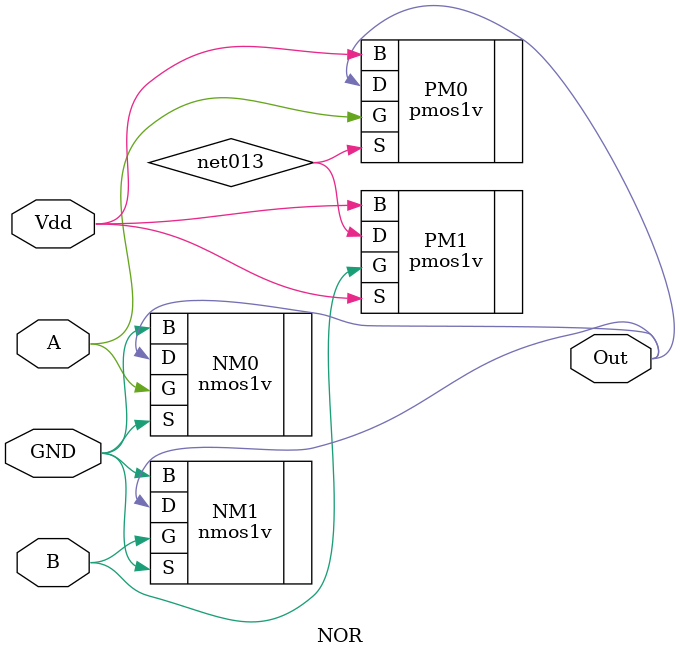
<source format=v>

module NOR (
A,B,Vdd,GND,Out );
input  A;
input  B;
input  Vdd;
input  GND;
output  Out;
wire Vdd;
wire A;
wire GND;
wire B;
wire net013;
wire Out;

nmos1v    
 NM1  ( .S( GND ), .G( B ), .B( GND ), .D( Out ) );

nmos1v    
 NM0  ( .S( GND ), .G( A ), .B( GND ), .D( Out ) );

pmos1v    
 PM1  ( .S( Vdd ), .G( B ), .B( Vdd ), .D( net013 ) );

pmos1v    
 PM0  ( .S( net013 ), .G( A ), .B( Vdd ), .D( Out ) );

endmodule


</source>
